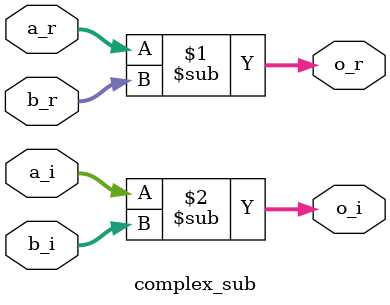
<source format=sv>
module complex_sub #(
    parameter W =24
) (
    input  [W-1:0] a_r, 
    input  [W-1:0] a_i, 
    input  [W-1:0] b_r, 
    input  [W-1:0] b_i,

    output [W-1:0] o_r,
    output [W-1:0] o_i 
);

assign o_r = a_r - b_r;
assign o_i = a_i - b_i;
endmodule
</source>
